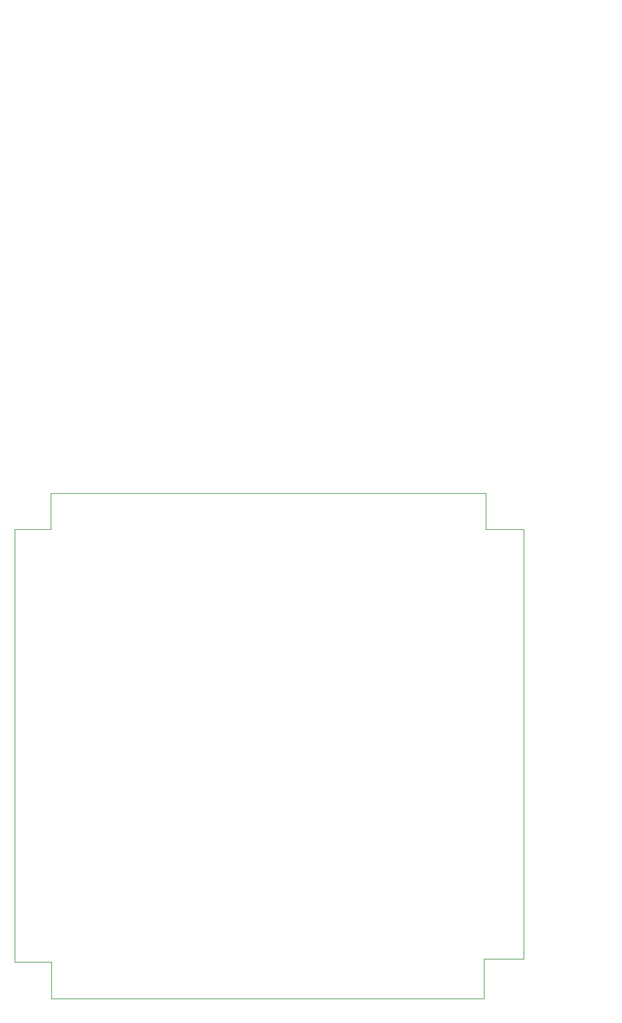
<source format=gbr>
%TF.GenerationSoftware,Altium Limited,Altium Designer,19.0.10 (269)*%
G04 Layer_Color=0*
%FSLAX26Y26*%
%MOIN*%
%TF.FileFunction,Profile,NP*%
%TF.Part,Single*%
G01*
G75*
%TA.AperFunction,Profile*%
%ADD40C,0.001000*%
G36*
X3232284Y5315000D02*
D01*
D02*
G37*
D40*
X0Y200000D02*
Y2560000D01*
X195000D01*
Y2755000D01*
X2570000D01*
Y2560000D01*
X2775000D01*
Y215000D01*
X2560000D01*
Y0D01*
X200000D01*
Y200000D01*
X0D01*
%TF.MD5,7422ebf635030b17fdb5be1558aaebfe*%
M02*

</source>
